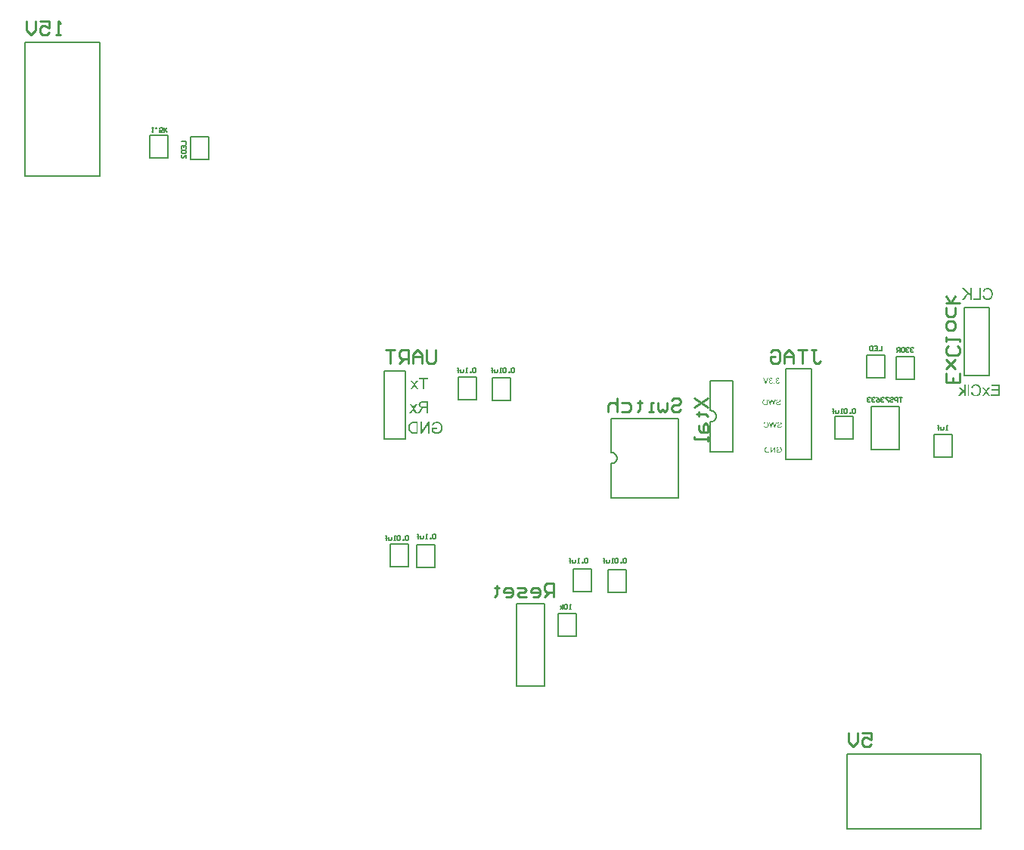
<source format=gbo>
%FSTAX23Y23*%
%MOIN*%
%SFA1B1*%

%IPPOS*%
%ADD10C,0.007874*%
%ADD12C,0.010000*%
%ADD62C,0.005000*%
%LNpcb1-1*%
%LPD*%
G36*
X06028Y03095D02*
X06029Y03095D01*
X06029Y03095*
X0603Y03094*
X06031Y03094*
X06031Y03094*
X06031Y03094*
X06031Y03094*
X06032Y03094*
X06032Y03094*
X06032Y03093*
X06032Y03093*
X06033Y03092*
X06033Y03091*
X06034Y0309*
X06034Y0309*
X06034Y03089*
X06034Y03089*
X06034Y03089*
X06034Y03089*
X06034Y03089*
Y03089*
X06031Y03088*
X06031Y03089*
X06031Y0309*
X0603Y0309*
X0603Y03091*
X0603Y03091*
X0603Y03091*
X0603Y03091*
X0603Y03091*
X06029Y03092*
X06028Y03092*
X06028Y03092*
X06027Y03093*
X06027Y03093*
X06027Y03093*
X06026*
X06026Y03093*
X06025Y03092*
X06025Y03092*
X06024Y03092*
X06024Y03092*
X06024Y03092*
X06023Y03092*
X06023Y03091*
X06023Y03091*
X06023Y03091*
X06023Y0309*
X06022Y0309*
X06022Y03089*
X06022Y03089*
Y03089*
Y03089*
Y03089*
X06022Y03088*
X06023Y03087*
X06023Y03087*
X06023Y03086*
X06023Y03086*
X06024Y03086*
X06024Y03085*
X06024Y03085*
X06025Y03085*
X06025Y03085*
X06026Y03085*
X06026Y03085*
X06027Y03084*
X06027Y03084*
X06028*
X06028Y03084*
X06028*
X06028Y03082*
X06028Y03082*
X06027Y03082*
X06027Y03082*
X06027Y03082*
X06026Y03082*
X06026*
X06025Y03082*
X06025Y03082*
X06024Y03082*
X06024Y03081*
X06023Y03081*
X06023Y03081*
X06023Y03081*
X06023Y03081*
X06022Y0308*
X06022Y03079*
X06021Y03079*
X06021Y03078*
X06021Y03078*
X06021Y03077*
X06021Y03077*
Y03077*
Y03077*
Y03077*
X06021Y03076*
X06021Y03075*
X06022Y03075*
X06022Y03074*
X06022Y03074*
X06022Y03073*
X06023Y03073*
X06023Y03073*
X06023Y03073*
X06024Y03072*
X06024Y03072*
X06025Y03072*
X06026Y03072*
X06026Y03072*
X06026Y03072*
X06026*
X06027Y03072*
X06028Y03072*
X06028Y03072*
X06029Y03072*
X06029Y03073*
X06029Y03073*
X06029Y03073*
X0603Y03073*
X0603Y03073*
X0603Y03074*
X06031Y03075*
X06031Y03075*
X06031Y03076*
X06031Y03076*
X06031Y03076*
Y03077*
X06031Y03077*
Y03077*
X06035Y03076*
X06034Y03076*
X06034Y03075*
X06034Y03074*
X06034Y03073*
X06033Y03072*
X06033Y03072*
X06033Y03072*
X06032Y03072*
X06032Y03071*
X06032Y03071*
X06032Y03071*
X06032Y03071*
X06032Y03071*
X06032Y03071*
X06031Y0307*
X06031Y0307*
X0603Y0307*
X06029Y0307*
X06028Y03069*
X06028Y03069*
X06028Y03069*
X06027Y03069*
X06027Y03069*
X06027Y03069*
X06026*
X06026Y03069*
X06025Y03069*
X06024Y03069*
X06024Y03069*
X06023Y0307*
X06023Y0307*
X06022Y0307*
X06022Y0307*
X06022Y0307*
X06021Y03071*
X06021Y03071*
X06021Y03071*
X0602Y03071*
X0602Y03071*
X0602Y03071*
X0602Y03071*
X0602Y03072*
X06019Y03072*
X06019Y03073*
X06019Y03073*
X06019Y03074*
X06018Y03074*
X06018Y03075*
X06018Y03076*
X06018Y03076*
X06018Y03076*
X06018Y03077*
X06018Y03077*
Y03077*
Y03077*
Y03077*
X06018Y03078*
X06018Y03079*
X06018Y03079*
X06018Y0308*
X06019Y03081*
X06019Y03081*
X06019Y03081*
X06019Y03081*
X0602Y03082*
X0602Y03082*
X06021Y03083*
X06021Y03083*
X06022Y03083*
X06022Y03083*
X06022Y03083*
X06022*
X06023Y03083*
X06023*
X06022Y03084*
X06021Y03084*
X06021Y03084*
X06021Y03085*
X0602Y03085*
X0602Y03085*
X0602Y03085*
X0602Y03086*
X0602Y03086*
X06019Y03087*
X06019Y03087*
X06019Y03088*
X06019Y03088*
X06019Y03088*
Y03088*
Y03089*
X06019Y03089*
X06019Y0309*
X06019Y0309*
X06019Y03091*
X0602Y03091*
X0602Y03092*
X0602Y03092*
X0602Y03092*
X0602Y03092*
X06021Y03093*
X06021Y03093*
X06022Y03094*
X06022Y03094*
X06022Y03094*
X06023Y03094*
X06023Y03094*
X06023*
X06023Y03095*
X06024Y03095*
X06025Y03095*
X06025Y03095*
X06026Y03095*
X06026Y03095*
X06027*
X06028Y03095*
G37*
G36*
X05998D02*
X05999Y03095D01*
X06Y03095*
X06Y03094*
X06001Y03094*
X06001Y03094*
X06001Y03094*
X06002Y03094*
X06002Y03094*
X06002Y03094*
X06002Y03093*
X06002Y03093*
X06003Y03092*
X06003Y03091*
X06004Y0309*
X06004Y0309*
X06004Y03089*
X06004Y03089*
X06004Y03089*
X06004Y03089*
X06004Y03089*
Y03089*
X06001Y03088*
X06001Y03089*
X06001Y0309*
X06001Y0309*
X06Y03091*
X06Y03091*
X06Y03091*
X06Y03091*
X06Y03091*
X05999Y03092*
X05999Y03092*
X05998Y03092*
X05998Y03093*
X05997Y03093*
X05997Y03093*
X05997*
X05996Y03093*
X05995Y03092*
X05995Y03092*
X05994Y03092*
X05994Y03092*
X05994Y03092*
X05994Y03092*
X05994Y03091*
X05993Y03091*
X05993Y03091*
X05993Y0309*
X05993Y0309*
X05992Y03089*
X05992Y03089*
Y03089*
Y03089*
Y03089*
X05992Y03088*
X05993Y03087*
X05993Y03087*
X05993Y03086*
X05994Y03086*
X05994Y03086*
X05994Y03085*
X05994Y03085*
X05995Y03085*
X05995Y03085*
X05996Y03085*
X05996Y03085*
X05997Y03084*
X05997Y03084*
X05998*
X05998Y03084*
X05998*
X05999Y03082*
X05998Y03082*
X05998Y03082*
X05997Y03082*
X05997Y03082*
X05997Y03082*
X05996*
X05996Y03082*
X05995Y03082*
X05994Y03082*
X05994Y03081*
X05993Y03081*
X05993Y03081*
X05993Y03081*
X05993Y03081*
X05992Y0308*
X05992Y03079*
X05992Y03079*
X05991Y03078*
X05991Y03078*
X05991Y03077*
X05991Y03077*
Y03077*
Y03077*
Y03077*
X05991Y03076*
X05992Y03075*
X05992Y03075*
X05992Y03074*
X05992Y03074*
X05993Y03073*
X05993Y03073*
X05993Y03073*
X05993Y03073*
X05994Y03072*
X05995Y03072*
X05995Y03072*
X05996Y03072*
X05996Y03072*
X05996Y03072*
X05997*
X05997Y03072*
X05998Y03072*
X05998Y03072*
X05999Y03072*
X05999Y03073*
X05999Y03073*
X06Y03073*
X06Y03073*
X06Y03073*
X06001Y03074*
X06001Y03075*
X06001Y03075*
X06001Y03076*
X06001Y03076*
X06001Y03076*
Y03077*
X06002Y03077*
Y03077*
X06005Y03076*
X06005Y03076*
X06004Y03075*
X06004Y03074*
X06004Y03073*
X06003Y03072*
X06003Y03072*
X06003Y03072*
X06003Y03072*
X06002Y03071*
X06002Y03071*
X06002Y03071*
X06002Y03071*
X06002Y03071*
X06002Y03071*
X06001Y0307*
X06001Y0307*
X06Y0307*
X05999Y0307*
X05999Y03069*
X05998Y03069*
X05998Y03069*
X05997Y03069*
X05997Y03069*
X05997Y03069*
X05997*
X05996Y03069*
X05995Y03069*
X05995Y03069*
X05994Y03069*
X05993Y0307*
X05993Y0307*
X05992Y0307*
X05992Y0307*
X05992Y0307*
X05991Y03071*
X05991Y03071*
X05991Y03071*
X05991Y03071*
X05991Y03071*
X0599Y03071*
X0599Y03071*
X0599Y03072*
X0599Y03072*
X05989Y03073*
X05989Y03073*
X05989Y03074*
X05989Y03074*
X05988Y03075*
X05988Y03076*
X05988Y03076*
X05988Y03076*
X05988Y03077*
X05988Y03077*
Y03077*
Y03077*
Y03077*
X05988Y03078*
X05988Y03079*
X05988Y03079*
X05989Y0308*
X05989Y03081*
X05989Y03081*
X05989Y03081*
X05989Y03081*
X0599Y03082*
X0599Y03082*
X05991Y03083*
X05991Y03083*
X05992Y03083*
X05992Y03083*
X05992Y03083*
X05993*
X05993Y03083*
X05993*
X05992Y03084*
X05992Y03084*
X05991Y03084*
X05991Y03085*
X0599Y03085*
X0599Y03085*
X0599Y03085*
X0599Y03086*
X0599Y03086*
X0599Y03087*
X05989Y03087*
X05989Y03088*
X05989Y03088*
X05989Y03088*
Y03088*
Y03089*
X05989Y03089*
X05989Y0309*
X05989Y0309*
X0599Y03091*
X0599Y03091*
X0599Y03092*
X0599Y03092*
X0599Y03092*
X05991Y03092*
X05991Y03093*
X05991Y03093*
X05992Y03094*
X05992Y03094*
X05993Y03094*
X05993Y03094*
X05993Y03094*
X05993*
X05994Y03095*
X05994Y03095*
X05995Y03095*
X05995Y03095*
X05996Y03095*
X05996Y03095*
X05997*
X05998Y03095*
G37*
G36*
X05976Y0307D02*
X05973D01*
X05963Y03095*
X05966*
X05973Y03077*
X05973Y03076*
X05974Y03075*
X05974Y03074*
X05974Y03074*
X05974Y03073*
X05974Y03073*
X05974Y03073*
X05974Y03072*
X05974Y03072*
Y03072*
X05975Y03074*
X05975Y03074*
X05975Y03075*
X05976Y03076*
X05976Y03076*
X05976Y03076*
X05976Y03076*
X05976Y03076*
Y03077*
X05982Y03095*
X05986*
X05976Y0307*
G37*
G36*
X06013D02*
X06009D01*
Y03073*
X06013*
Y0307*
G37*
G36*
X0601Y02975D02*
X06007D01*
X06001Y02994*
X06001Y02995*
X06001Y02995*
X06001Y02995*
X06001Y02996*
X06001Y02996*
X06001Y02997*
X06Y02997*
Y02997*
X06Y02997*
X06Y02997*
X06Y02996*
X06Y02996*
X06Y02995*
X06Y02995*
X06Y02994*
X06Y02994*
X06Y02994*
X06Y02994*
Y02994*
X05994Y02975*
X05991*
X05984Y03*
X05987*
X05991Y02984*
X05992Y02982*
X05992Y02981*
X05992Y0298*
X05992Y0298*
X05992Y02979*
X05992Y02979*
X05992Y02979*
X05993Y02978*
X05993Y02978*
Y02978*
X05993Y02978*
Y02978*
X05993Y0298*
X05993Y02981*
X05994Y02983*
X05994Y02984*
X05994Y02984*
X05994Y02985*
X05994Y02985*
X05994Y02986*
X05994Y02986*
X05994Y02987*
X05995Y02987*
X05995Y02987*
Y02987*
X05998Y03*
X06002*
X06007Y02983*
X06007Y02983*
X06007Y02982*
X06007Y02982*
X06007Y02982*
X06008Y02981*
X06008Y0298*
X06008Y02979*
X06008Y02979*
X06008Y02979*
X06008Y02978*
X06008Y02978*
X06008Y02978*
Y02978*
X06009Y02979*
X06009Y0298*
X06009Y02981*
X06009Y02982*
X06009Y02982*
X06009Y02983*
X06009Y02983*
X06009Y02983*
X06009Y02983*
X0601Y02983*
Y02983*
X06013Y03*
X06017*
X0601Y02975*
G37*
G36*
X05981D02*
X05972D01*
X05971Y02975*
X0597Y02975*
X05969Y02975*
X05969Y02975*
X05968Y02975*
X05968Y02975*
X05968Y02975*
X05967*
X05967Y02975*
X05966Y02975*
X05966Y02976*
X05965Y02976*
X05965Y02976*
X05965Y02976*
X05964Y02976*
X05964Y02976*
X05964Y02977*
X05963Y02977*
X05963Y02977*
X05963Y02978*
X05962Y02978*
X05962Y02978*
X05962Y02978*
X05962Y02979*
X05962Y02979*
X05961Y0298*
X05961Y0298*
X05961Y02981*
X05961Y02981*
X0596Y02982*
X0596Y02982*
X0596Y02982*
X0596Y02982*
Y02982*
X0596Y02983*
X0596Y02984*
X0596Y02985*
X0596Y02986*
X0596Y02986*
Y02987*
X0596Y02987*
Y02987*
Y02987*
Y02987*
Y02987*
X0596Y02989*
X0596Y0299*
X0596Y02991*
X0596Y02991*
X0596Y02992*
X0596Y02992*
X0596Y02992*
X0596Y02993*
X0596Y02993*
X05961Y02993*
X05961Y02993*
X05961Y02993*
Y02993*
X05961Y02994*
X05962Y02995*
X05962Y02996*
X05963Y02997*
X05963Y02997*
X05963Y02998*
X05964Y02998*
X05964Y02998*
X05964*
X05964Y02998*
X05965Y02999*
X05966Y02999*
X05966Y02999*
X05967Y03*
X05967Y03*
X05967Y03*
X05967*
X05967Y03*
X05967*
X05968Y03*
X05969Y03*
X0597Y03*
X0597Y03*
X05971Y03*
X05981*
Y02975*
G37*
G36*
X0603Y03001D02*
X06031Y03D01*
X06032Y03*
X06033Y03*
X06033Y03*
X06034Y03*
X06034Y03*
X06034Y03*
X06034Y03*
X06034Y03*
X06034*
X06035Y02999*
X06036Y02999*
X06036Y02998*
X06037Y02998*
X06037Y02998*
X06037Y02997*
X06037Y02997*
X06037Y02997*
Y02997*
X06038Y02996*
X06038Y02996*
X06038Y02995*
X06038Y02995*
X06038Y02994*
X06039Y02994*
Y02994*
Y02994*
Y02993*
Y02993*
X06038Y02993*
X06038Y02992*
X06038Y02992*
X06038Y02991*
X06038Y02991*
X06038Y02991*
X06038Y0299*
X06038Y0299*
X06037Y0299*
X06037Y02989*
X06036Y02989*
X06036Y02989*
X06036Y02988*
X06035Y02988*
X06035Y02988*
X06035Y02988*
X06035*
X06035Y02988*
X06034Y02988*
X06034Y02987*
X06033Y02987*
X06032Y02987*
X06031Y02987*
X06031Y02987*
X06031Y02986*
X0603Y02986*
X0603Y02986*
X0603Y02986*
X0603*
X06029Y02986*
X06029Y02986*
X06028Y02986*
X06028Y02986*
X06027Y02986*
X06027Y02986*
X06027Y02985*
X06026Y02985*
X06026Y02985*
X06026Y02985*
X06026Y02985*
X06025Y02985*
X06025Y02985*
X06025Y02985*
X06024Y02985*
X06024Y02984*
X06024Y02984*
X06023Y02984*
X06023Y02984*
X06023Y02984*
X06023Y02984*
X06023Y02983*
X06023Y02983*
X06023Y02982*
X06022Y02982*
X06022Y02982*
X06022Y02982*
Y02981*
Y02981*
X06022Y02981*
X06023Y02981*
X06023Y0298*
X06023Y0298*
X06023Y0298*
X06023Y02979*
X06023Y02979*
X06023Y02979*
X06023Y02979*
X06024Y02979*
X06024Y02978*
X06025Y02978*
X06025Y02978*
X06025Y02978*
X06025Y02978*
X06025Y02978*
X06026Y02977*
X06027Y02977*
X06027Y02977*
X06028Y02977*
X06028Y02977*
X06028Y02977*
X06029*
X0603Y02977*
X0603Y02977*
X06031Y02977*
X06032Y02977*
X06032Y02978*
X06032Y02978*
X06033Y02978*
X06033Y02978*
X06033*
X06033Y02978*
X06034Y02978*
X06034Y02979*
X06035Y02979*
X06035Y02979*
X06035Y0298*
X06035Y0298*
X06035Y0298*
X06036Y0298*
X06036Y02981*
X06036Y02981*
X06036Y02982*
X06036Y02982*
X06036Y02983*
X06036Y02983*
Y02983*
Y02983*
X0604Y02983*
X06039Y02982*
X06039Y02981*
X06039Y0298*
X06039Y02979*
X06039Y02979*
X06038Y02979*
X06038Y02978*
X06038Y02978*
X06038Y02978*
X06038Y02978*
Y02978*
X06038Y02977*
X06037Y02977*
X06036Y02976*
X06036Y02976*
X06035Y02975*
X06035Y02975*
X06035Y02975*
X06035Y02975*
X06034Y02975*
X06034*
X06033Y02975*
X06033Y02975*
X06032Y02974*
X06031Y02974*
X0603Y02974*
X0603Y02974*
X06029*
X06029Y02974*
X06029*
X06028Y02974*
X06027Y02974*
X06026Y02974*
X06025Y02975*
X06025Y02975*
X06024Y02975*
X06024Y02975*
X06024Y02975*
X06024Y02975*
X06024Y02975*
X06024*
X06023Y02975*
X06022Y02976*
X06022Y02976*
X06021Y02977*
X06021Y02977*
X06021Y02978*
X0602Y02978*
X0602Y02978*
X0602Y02979*
X0602Y02979*
X06019Y0298*
X06019Y0298*
X06019Y02981*
X06019Y02981*
Y02982*
Y02982*
Y02982*
Y02982*
X06019Y02982*
X06019Y02983*
X06019Y02984*
X0602Y02984*
X0602Y02985*
X0602Y02985*
X0602Y02985*
X0602Y02985*
X06021Y02986*
X06021Y02986*
X06022Y02987*
X06022Y02987*
X06023Y02988*
X06023Y02988*
X06023Y02988*
X06023Y02988*
X06023Y02988*
X06024*
X06024Y02988*
X06024Y02988*
X06025Y02988*
X06025Y02989*
X06026Y02989*
X06027Y02989*
X06028Y02989*
X06028Y02989*
X06029Y02989*
X06029Y0299*
X06029Y0299*
X06029Y0299*
X06029*
X0603Y0299*
X06031Y0299*
X06031Y0299*
X06032Y0299*
X06032Y0299*
X06033Y02991*
X06033Y02991*
X06033Y02991*
X06034Y02991*
X06034Y02991*
X06034Y02991*
X06034Y02991*
X06034Y02991*
X06034Y02991*
X06035Y02992*
X06035Y02992*
X06035Y02993*
X06035Y02993*
X06035Y02993*
X06035Y02993*
Y02994*
Y02994*
X06035Y02994*
X06035Y02995*
X06035Y02995*
X06035Y02996*
X06034Y02996*
X06034Y02996*
X06034Y02996*
X06034Y02996*
X06034Y02997*
X06033Y02997*
X06033Y02997*
X06032Y02997*
X06031Y02997*
X0603Y02998*
X0603*
X0603Y02998*
X06029*
X06028Y02998*
X06027Y02997*
X06027Y02997*
X06026Y02997*
X06026Y02997*
X06025Y02996*
X06025Y02996*
X06025Y02996*
X06024Y02996*
X06024Y02995*
X06024Y02995*
X06023Y02994*
X06023Y02993*
X06023Y02993*
X06023Y02993*
X06023Y02993*
Y02993*
Y02993*
X0602Y02993*
X0602Y02994*
X0602Y02994*
X0602Y02995*
X06021Y02996*
X06021Y02996*
X06021Y02997*
X06021Y02997*
X06021Y02997*
X06022Y02998*
X06022Y02998*
X06023Y02999*
X06023Y02999*
X06024Y02999*
X06024Y02999*
X06024Y03*
X06024Y03*
X06025Y03*
X06025*
X06025Y03*
X06026Y03*
X06027Y03*
X06028Y03*
X06029Y03001*
X06029*
X06029Y03001*
X0603*
X0603Y03001*
G37*
G36*
X06015Y02875D02*
X06012D01*
X06006Y02894*
X06006Y02895*
X06006Y02895*
X06006Y02895*
X06006Y02896*
X06006Y02896*
X06006Y02897*
X06005Y02897*
Y02897*
X06005Y02897*
X06005Y02897*
X06005Y02896*
X06005Y02896*
X06005Y02895*
X06005Y02895*
X06005Y02894*
X06005Y02894*
X06005Y02894*
X06005Y02894*
Y02894*
X05999Y02875*
X05996*
X05989Y029*
X05992*
X05996Y02884*
X05997Y02882*
X05997Y02881*
X05997Y0288*
X05997Y0288*
X05997Y02879*
X05997Y02879*
X05997Y02879*
X05998Y02878*
X05998Y02878*
Y02878*
X05998Y02878*
Y02878*
X05998Y0288*
X05998Y02881*
X05999Y02883*
X05999Y02884*
X05999Y02884*
X05999Y02885*
X05999Y02885*
X05999Y02886*
X05999Y02886*
X05999Y02887*
X06Y02887*
X06Y02887*
Y02887*
X06003Y029*
X06007*
X06012Y02883*
X06012Y02883*
X06012Y02882*
X06012Y02882*
X06012Y02882*
X06013Y02881*
X06013Y0288*
X06013Y02879*
X06013Y02879*
X06013Y02879*
X06013Y02878*
X06013Y02878*
X06013Y02878*
Y02878*
X06014Y02879*
X06014Y0288*
X06014Y02881*
X06014Y02882*
X06014Y02882*
X06014Y02883*
X06014Y02883*
X06014Y02883*
X06014Y02883*
X06015Y02883*
Y02883*
X06018Y029*
X06022*
X06015Y02875*
G37*
G36*
X05976Y029D02*
X05977Y029D01*
X05978Y029*
X05979Y029*
X05979Y029*
X05979Y029*
X0598Y029*
X0598Y02899*
X0598Y02899*
X05981Y02899*
X05981Y02899*
X05981Y02899*
X05981*
X05982Y02898*
X05983Y02898*
X05983Y02897*
X05984Y02896*
X05985Y02895*
X05985Y02895*
X05985Y02895*
X05985Y02895*
X05985Y02895*
X05985Y02895*
Y02894*
X05986Y02893*
X05986Y02892*
X05986Y02891*
X05987Y0289*
X05987Y02889*
X05987Y02889*
X05987Y02889*
Y02888*
X05987Y02888*
Y02888*
Y02888*
Y02887*
X05987Y02886*
X05987Y02885*
X05986Y02884*
X05986Y02883*
X05986Y02883*
X05986Y02882*
X05986Y02882*
X05986Y02881*
X05986Y02881*
X05985Y02881*
X05985Y02881*
X05985Y02881*
Y02881*
X05985Y02879*
X05984Y02879*
X05984Y02878*
X05983Y02877*
X05982Y02876*
X05982Y02876*
X05982Y02876*
X05982Y02876*
X05981Y02876*
X05981Y02876*
X05981Y02875*
X0598Y02875*
X05979Y02875*
X05978Y02875*
X05977Y02874*
X05977Y02874*
X05976Y02874*
X05976Y02874*
X05975*
X05975Y02874*
X05975*
X05974Y02874*
X05973Y02874*
X05972Y02874*
X05971Y02875*
X05971Y02875*
X0597Y02875*
X0597Y02875*
X05969Y02875*
X05969Y02876*
X05969Y02876*
X05968Y02876*
X05968Y02876*
X05968Y02876*
X05968Y02876*
X05968Y02876*
X05967Y02877*
X05967Y02877*
X05966Y02878*
X05965Y02879*
X05965Y0288*
X05965Y02881*
X05965Y02881*
X05964Y02882*
X05964Y02882*
X05964Y02882*
X05964Y02882*
X05964Y02883*
Y02883*
X05967Y02883*
X05968Y02882*
X05968Y02881*
X05969Y02881*
X05969Y0288*
X0597Y02879*
X0597Y02879*
X0597Y02879*
X0597Y02879*
X0597Y02879*
X05971Y02878*
X05972Y02878*
X05973Y02877*
X05973Y02877*
X05974Y02877*
X05974Y02877*
X05974*
X05975Y02877*
X05975*
X05976Y02877*
X05977Y02877*
X05977Y02877*
X05978Y02878*
X05979Y02878*
X05979Y02878*
X05979Y02878*
X05979Y02878*
X05979Y02878*
X05979*
X0598Y02879*
X05981Y02879*
X05981Y0288*
X05982Y0288*
X05982Y02881*
X05982Y02881*
X05982Y02882*
X05982Y02882*
X05982Y02882*
Y02882*
X05983Y02883*
X05983Y02884*
X05983Y02885*
X05983Y02886*
X05983Y02886*
X05983Y02886*
Y02887*
X05983Y02887*
Y02887*
Y02887*
Y02887*
Y02887*
X05983Y02888*
X05983Y02889*
X05983Y0289*
X05983Y02891*
X05983Y02892*
X05983Y02892*
X05983Y02892*
X05982Y02892*
X05982Y02892*
X05982Y02892*
Y02892*
X05982Y02893*
X05982Y02894*
X05981Y02895*
X05981Y02895*
X0598Y02896*
X0598Y02896*
X0598Y02896*
X0598Y02896*
X0598*
X05979Y02897*
X05978Y02897*
X05977Y02897*
X05976Y02897*
X05976Y02898*
X05975Y02898*
X05975*
X05975Y02898*
X05975*
X05974Y02898*
X05973Y02897*
X05972Y02897*
X05972Y02897*
X05971Y02897*
X05971Y02897*
X05971Y02896*
X0597Y02896*
X0597Y02896*
X05969Y02895*
X05969Y02895*
X05969Y02894*
X05968Y02893*
X05968Y02893*
X05968Y02893*
X05968Y02893*
X05968Y02892*
X05968Y02892*
Y02892*
X05965Y02893*
X05965Y02894*
X05965Y02895*
X05966Y02895*
X05966Y02896*
X05966Y02896*
X05966Y02897*
X05967Y02897*
X05967Y02897*
X05967Y02898*
X05968Y02898*
X05968Y02898*
X05968Y02898*
X05968Y02898*
X05968Y02899*
X05968Y02899*
X05969Y02899*
X05969Y02899*
X0597Y029*
X0597Y029*
X05971Y029*
X05972Y029*
X05973Y029*
X05973Y029*
X05974Y029*
X05974Y02901*
X05974Y02901*
X05975*
X05976Y029*
G37*
G36*
X06035Y02901D02*
X06036Y029D01*
X06037Y029*
X06038Y029*
X06038Y029*
X06039Y029*
X06039Y029*
X06039Y029*
X06039Y029*
X06039Y029*
X06039*
X0604Y02899*
X06041Y02899*
X06041Y02898*
X06042Y02898*
X06042Y02898*
X06042Y02897*
X06042Y02897*
X06042Y02897*
Y02897*
X06043Y02896*
X06043Y02896*
X06043Y02895*
X06043Y02895*
X06043Y02894*
X06044Y02894*
Y02894*
Y02894*
Y02893*
Y02893*
X06043Y02893*
X06043Y02892*
X06043Y02892*
X06043Y02891*
X06043Y02891*
X06043Y02891*
X06043Y0289*
X06043Y0289*
X06042Y0289*
X06042Y02889*
X06041Y02889*
X06041Y02889*
X06041Y02888*
X0604Y02888*
X0604Y02888*
X0604Y02888*
X0604*
X0604Y02888*
X06039Y02888*
X06039Y02887*
X06038Y02887*
X06037Y02887*
X06036Y02887*
X06036Y02887*
X06036Y02886*
X06035Y02886*
X06035Y02886*
X06035Y02886*
X06035*
X06034Y02886*
X06034Y02886*
X06033Y02886*
X06033Y02886*
X06032Y02886*
X06032Y02886*
X06032Y02885*
X06031Y02885*
X06031Y02885*
X06031Y02885*
X06031Y02885*
X0603Y02885*
X0603Y02885*
X0603Y02885*
X06029Y02885*
X06029Y02884*
X06029Y02884*
X06028Y02884*
X06028Y02884*
X06028Y02884*
X06028Y02884*
X06028Y02883*
X06028Y02883*
X06028Y02882*
X06027Y02882*
X06027Y02882*
X06027Y02882*
Y02881*
Y02881*
X06027Y02881*
X06028Y02881*
X06028Y0288*
X06028Y0288*
X06028Y0288*
X06028Y02879*
X06028Y02879*
X06028Y02879*
X06028Y02879*
X06029Y02879*
X06029Y02878*
X0603Y02878*
X0603Y02878*
X0603Y02878*
X0603Y02878*
X0603Y02878*
X06031Y02877*
X06032Y02877*
X06032Y02877*
X06033Y02877*
X06033Y02877*
X06033Y02877*
X06034*
X06035Y02877*
X06035Y02877*
X06036Y02877*
X06037Y02877*
X06037Y02878*
X06037Y02878*
X06038Y02878*
X06038Y02878*
X06038*
X06038Y02878*
X06039Y02878*
X06039Y02879*
X0604Y02879*
X0604Y02879*
X0604Y0288*
X0604Y0288*
X0604Y0288*
X06041Y0288*
X06041Y02881*
X06041Y02881*
X06041Y02882*
X06041Y02882*
X06041Y02883*
X06041Y02883*
Y02883*
Y02883*
X06045Y02883*
X06044Y02882*
X06044Y02881*
X06044Y0288*
X06044Y02879*
X06044Y02879*
X06043Y02879*
X06043Y02878*
X06043Y02878*
X06043Y02878*
X06043Y02878*
Y02878*
X06043Y02877*
X06042Y02877*
X06041Y02876*
X06041Y02876*
X0604Y02875*
X0604Y02875*
X0604Y02875*
X0604Y02875*
X06039Y02875*
X06039*
X06038Y02875*
X06038Y02875*
X06037Y02874*
X06036Y02874*
X06035Y02874*
X06035Y02874*
X06034*
X06034Y02874*
X06034*
X06033Y02874*
X06032Y02874*
X06031Y02874*
X0603Y02875*
X0603Y02875*
X06029Y02875*
X06029Y02875*
X06029Y02875*
X06029Y02875*
X06029Y02875*
X06029*
X06028Y02875*
X06027Y02876*
X06027Y02876*
X06026Y02877*
X06026Y02877*
X06026Y02878*
X06025Y02878*
X06025Y02878*
X06025Y02879*
X06025Y02879*
X06024Y0288*
X06024Y0288*
X06024Y02881*
X06024Y02881*
Y02882*
Y02882*
Y02882*
Y02882*
X06024Y02882*
X06024Y02883*
X06024Y02884*
X06025Y02884*
X06025Y02885*
X06025Y02885*
X06025Y02885*
X06025Y02885*
X06026Y02886*
X06026Y02886*
X06027Y02887*
X06027Y02887*
X06028Y02888*
X06028Y02888*
X06028Y02888*
X06028Y02888*
X06028Y02888*
X06029*
X06029Y02888*
X06029Y02888*
X0603Y02888*
X0603Y02889*
X06031Y02889*
X06032Y02889*
X06033Y02889*
X06033Y02889*
X06034Y02889*
X06034Y0289*
X06034Y0289*
X06034Y0289*
X06034*
X06035Y0289*
X06036Y0289*
X06036Y0289*
X06037Y0289*
X06037Y0289*
X06038Y02891*
X06038Y02891*
X06038Y02891*
X06039Y02891*
X06039Y02891*
X06039Y02891*
X06039Y02891*
X06039Y02891*
X06039Y02891*
X0604Y02892*
X0604Y02892*
X0604Y02893*
X0604Y02893*
X0604Y02893*
X0604Y02893*
Y02894*
Y02894*
X0604Y02894*
X0604Y02895*
X0604Y02895*
X0604Y02896*
X06039Y02896*
X06039Y02896*
X06039Y02896*
X06039Y02896*
X06039Y02897*
X06038Y02897*
X06038Y02897*
X06037Y02897*
X06036Y02897*
X06035Y02898*
X06035*
X06035Y02898*
X06034*
X06033Y02898*
X06032Y02897*
X06032Y02897*
X06031Y02897*
X06031Y02897*
X0603Y02896*
X0603Y02896*
X0603Y02896*
X06029Y02896*
X06029Y02895*
X06029Y02895*
X06028Y02894*
X06028Y02893*
X06028Y02893*
X06028Y02893*
X06028Y02893*
Y02893*
Y02893*
X06025Y02893*
X06025Y02894*
X06025Y02894*
X06025Y02895*
X06026Y02896*
X06026Y02896*
X06026Y02897*
X06026Y02897*
X06026Y02897*
X06027Y02898*
X06027Y02898*
X06028Y02899*
X06028Y02899*
X06029Y02899*
X06029Y02899*
X06029Y029*
X06029Y029*
X0603Y029*
X0603*
X0603Y029*
X06031Y029*
X06032Y029*
X06033Y029*
X06034Y02901*
X06034*
X06034Y02901*
X06035*
X06035Y02901*
G37*
G36*
X06016Y02765D02*
X06013D01*
Y02785*
X05999Y02765*
X05996*
Y0279*
X05999*
Y0277*
X06012Y0279*
X06016*
Y02765*
G37*
G36*
X06033Y0279D02*
X06034Y0279D01*
X06036Y0279*
X06036Y0279*
X06037Y0279*
X06037Y0279*
X06037Y02789*
X06038Y02789*
X06038Y02789*
X06038Y02789*
X06038Y02789*
X06038Y02789*
X06038*
X06039Y02789*
X06039Y02788*
X0604Y02788*
X06041Y02787*
X06042Y02786*
X06042Y02785*
X06042Y02785*
X06043Y02785*
X06043Y02784*
X06043Y02784*
X06043Y02784*
Y02784*
X06043Y02783*
X06044Y02782*
X06044Y02781*
X06044Y02779*
X06044Y02779*
X06044Y02779*
X06044Y02778*
Y02778*
X06045Y02778*
Y02777*
Y02777*
Y02777*
X06044Y02776*
X06044Y02775*
X06044Y02773*
X06044Y02773*
X06044Y02772*
X06044Y02772*
X06043Y02771*
X06043Y02771*
X06043Y02771*
X06043Y02771*
X06043Y0277*
X06043Y0277*
Y0277*
X06042Y02769*
X06042Y02768*
X06041Y02768*
X0604Y02767*
X06039Y02766*
X06039Y02766*
X06039Y02766*
X06039Y02766*
X06038Y02766*
X06038Y02766*
X06038Y02766*
X06037Y02765*
X06036Y02765*
X06035Y02764*
X06034Y02764*
X06033Y02764*
X06033Y02764*
X06032Y02764*
X06032*
X06032Y02764*
X06031*
X0603Y02764*
X06029Y02764*
X06029Y02764*
X06028Y02765*
X06027Y02765*
X06027Y02765*
X06027Y02765*
X06026Y02765*
X06026Y02765*
X06026Y02765*
X06026Y02765*
X06026*
X06025Y02765*
X06024Y02766*
X06023Y02766*
X06022Y02767*
X06022Y02767*
X06021Y02768*
X06021Y02768*
X06021Y02768*
X06021Y02768*
X06021Y02768*
X06021Y02768*
Y02778*
X06032*
Y02775*
X06024*
Y0277*
X06025Y02769*
X06025Y02769*
X06026Y02769*
X06026Y02768*
X06027Y02768*
X06027Y02768*
X06027Y02768*
X06027Y02768*
X06027Y02768*
X06027*
X06028Y02768*
X06029Y02767*
X0603Y02767*
X0603Y02767*
X06031Y02767*
X06031Y02767*
X06032*
X06033Y02767*
X06033Y02767*
X06034Y02767*
X06035Y02768*
X06036Y02768*
X06036Y02768*
X06036Y02768*
X06036Y02768*
X06036Y02768*
X06036Y02768*
X06036*
X06037Y02769*
X06038Y02769*
X06038Y0277*
X06039Y0277*
X06039Y02771*
X0604Y02771*
X0604Y02771*
X0604Y02771*
X0604Y02772*
Y02772*
X0604Y02773*
X0604Y02773*
X06041Y02774*
X06041Y02775*
X06041Y02776*
X06041Y02776*
X06041Y02777*
Y02777*
X06041Y02777*
Y02777*
Y02777*
Y02777*
X06041Y02778*
X06041Y02779*
X06041Y0278*
X0604Y02781*
X0604Y02782*
X0604Y02782*
X0604Y02782*
X0604Y02782*
X0604Y02782*
X0604Y02782*
Y02783*
X0604Y02783*
X0604Y02783*
X06039Y02784*
X06039Y02784*
X06039Y02785*
X06039Y02785*
X06038Y02785*
X06038Y02785*
X06038Y02785*
X06038Y02786*
X06037Y02786*
X06037Y02786*
X06036Y02787*
X06036Y02787*
X06036Y02787*
X06036Y02787*
X06035Y02787*
X06034Y02787*
X06034Y02787*
X06033Y02788*
X06032Y02788*
X06032Y02788*
X06032*
X06031Y02788*
X0603Y02788*
X0603Y02787*
X06029Y02787*
X06029Y02787*
X06028Y02787*
X06028Y02787*
X06028Y02787*
X06028Y02787*
X06027Y02786*
X06027Y02786*
X06026Y02786*
X06026Y02786*
X06026Y02785*
X06026Y02785*
X06026Y02785*
X06025Y02785*
X06025Y02784*
X06025Y02784*
X06025Y02783*
X06025Y02783*
X06024Y02782*
X06024Y02782*
X06024Y02782*
Y02782*
X06021Y02783*
X06021Y02784*
X06022Y02785*
X06022Y02785*
X06022Y02786*
X06023Y02786*
X06023Y02787*
X06023Y02787*
X06023Y02787*
X06024Y02788*
X06024Y02788*
X06025Y02789*
X06025Y02789*
X06026Y02789*
X06026Y02789*
X06026Y0279*
X06027Y0279*
X06027Y0279*
X06027*
X06028Y0279*
X06028Y0279*
X06029Y0279*
X0603Y0279*
X06031Y02791*
X06031*
X06031Y02791*
X06032*
X06033Y0279*
G37*
G36*
X0599Y02765D02*
X05981D01*
X0598Y02765*
X05979Y02765*
X05978Y02765*
X05978Y02765*
X05977Y02765*
X05977Y02765*
X05977Y02765*
X05977*
X05976Y02765*
X05975Y02765*
X05975Y02766*
X05975Y02766*
X05974Y02766*
X05974Y02766*
X05974Y02766*
X05974Y02766*
X05973Y02767*
X05973Y02767*
X05972Y02767*
X05972Y02768*
X05972Y02768*
X05972Y02768*
X05971Y02768*
X05971Y02769*
X05971Y02769*
X05971Y0277*
X0597Y0277*
X0597Y02771*
X0597Y02771*
X0597Y02772*
X0597Y02772*
X0597Y02772*
X0597Y02772*
Y02772*
X05969Y02773*
X05969Y02774*
X05969Y02775*
X05969Y02776*
X05969Y02776*
Y02777*
X05969Y02777*
Y02777*
Y02777*
Y02777*
Y02777*
X05969Y02779*
X05969Y0278*
X05969Y02781*
X05969Y02781*
X05969Y02782*
X05969Y02782*
X0597Y02782*
X0597Y02783*
X0597Y02783*
X0597Y02783*
X0597Y02783*
X0597Y02783*
Y02783*
X0597Y02784*
X05971Y02785*
X05971Y02786*
X05972Y02787*
X05972Y02787*
X05973Y02788*
X05973Y02788*
X05973Y02788*
X05973*
X05974Y02788*
X05974Y02789*
X05975Y02789*
X05975Y02789*
X05976Y0279*
X05976Y0279*
X05976Y0279*
X05977*
X05977Y0279*
X05977*
X05977Y0279*
X05978Y0279*
X05979Y0279*
X0598Y0279*
X0598Y0279*
X0599*
Y02765*
G37*
G36*
X06881Y0344D02*
X06875D01*
Y03457*
X06866Y03465*
X06848Y0344*
X06839*
X06861Y0347*
X0684Y03491*
X06849*
X06875Y03465*
Y03491*
X06881*
Y0344*
G37*
G36*
X06953Y03492D02*
X06955Y03491D01*
X06957Y03491*
X06958Y0349*
X06959Y0349*
X0696Y0349*
X06961Y0349*
X06961Y03489*
X06962Y03489*
X06962Y03489*
X06963Y03489*
X06963Y03489*
X06963*
X06965Y03487*
X06967Y03486*
X06968Y03484*
X06969Y03483*
X0697Y03482*
X06971Y03481*
X06971Y03481*
X06971Y0348*
X06971Y0348*
X06971Y0348*
Y03479*
X06972Y03477*
X06973Y03475*
X06974Y03472*
X06974Y0347*
X06974Y03469*
X06974Y03468*
X06974Y03468*
Y03467*
X06975Y03466*
Y03466*
Y03466*
Y03466*
X06974Y03463*
X06974Y0346*
X06974Y03458*
X06973Y03457*
X06973Y03456*
X06973Y03455*
X06973Y03454*
X06972Y03453*
X06972Y03453*
X06972Y03452*
X06972Y03452*
X06972Y03452*
Y03452*
X06971Y03449*
X06969Y03448*
X06968Y03446*
X06967Y03445*
X06966Y03443*
X06965Y03443*
X06964Y03442*
X06964Y03442*
X06964Y03442*
X06964Y03442*
X06963Y03441*
X06962Y03441*
X0696Y0344*
X06957Y0344*
X06955Y03439*
X06954Y03439*
X06953Y03439*
X06953Y03439*
X06952*
X06951Y03439*
X0695*
X06949Y03439*
X06948Y03439*
X06945Y03439*
X06944Y0344*
X06943Y0344*
X06942Y0344*
X06941Y03441*
X0694Y03441*
X06939Y03442*
X06938Y03442*
X06938Y03442*
X06937Y03443*
X06937Y03443*
X06937Y03443*
X06937Y03443*
X06936Y03444*
X06935Y03445*
X06933Y03447*
X06932Y03449*
X06931Y03451*
X06931Y03452*
X0693Y03453*
X0693Y03454*
X0693Y03454*
X06929Y03455*
X06929Y03455*
X06929Y03456*
Y03456*
X06936Y03457*
X06937Y03455*
X06937Y03453*
X06938Y03452*
X06939Y0345*
X0694Y03449*
X06941Y03448*
X06941Y03448*
X06941Y03448*
X06941Y03448*
X06943Y03447*
X06945Y03446*
X06946Y03445*
X06948Y03445*
X06949Y03445*
X0695Y03445*
X0695*
X0695Y03444*
X06951*
X06953Y03445*
X06954Y03445*
X06956Y03445*
X06957Y03446*
X06958Y03446*
X06959Y03446*
X06959Y03447*
X0696Y03447*
X0696Y03447*
X0696*
X06961Y03448*
X06962Y03449*
X06963Y0345*
X06964Y03451*
X06965Y03452*
X06965Y03453*
X06965Y03454*
X06966Y03454*
X06966Y03454*
Y03454*
X06966Y03456*
X06967Y03458*
X06967Y0346*
X06967Y03462*
X06967Y03462*
X06967Y03463*
Y03464*
X06967Y03464*
Y03465*
Y03465*
Y03465*
Y03466*
X06967Y03467*
X06967Y03469*
X06967Y03471*
X06967Y03472*
X06966Y03474*
X06966Y03474*
X06966Y03474*
X06966Y03475*
X06966Y03475*
X06966Y03475*
Y03475*
X06965Y03477*
X06964Y03479*
X06963Y0348*
X06963Y03481*
X06962Y03482*
X06961Y03482*
X06961Y03483*
X0696Y03483*
X0696*
X06959Y03484*
X06957Y03485*
X06956Y03485*
X06954Y03486*
X06953Y03486*
X06952Y03486*
X06951*
X06951Y03486*
X06951*
X06949Y03486*
X06947Y03486*
X06946Y03485*
X06944Y03485*
X06943Y03484*
X06943Y03484*
X06942Y03483*
X06942Y03483*
X06941Y03482*
X0694Y03481*
X06939Y0348*
X06938Y03478*
X06938Y03477*
X06937Y03477*
X06937Y03476*
X06937Y03476*
X06937Y03475*
X06937Y03475*
Y03475*
X0693Y03477*
X06931Y03479*
X06932Y0348*
X06932Y03481*
X06933Y03482*
X06933Y03483*
X06934Y03484*
X06935Y03485*
X06935Y03486*
X06936Y03486*
X06936Y03487*
X06937Y03487*
X06937Y03487*
X06937Y03488*
X06937Y03488*
X06937Y03488*
X06938Y03488*
X06939Y03489*
X06941Y0349*
X06942Y0349*
X06944Y03491*
X06946Y03491*
X06947Y03491*
X06948Y03491*
X06948Y03492*
X06949Y03492*
X0695Y03492*
X0695*
X06953Y03492*
G37*
G36*
X06921Y0344D02*
X06889D01*
Y03446*
X06914*
Y03491*
X06921*
Y0344*
G37*
G36*
X06948Y03034D02*
X06962Y03015D01*
X06954*
X06944Y03029*
X06943Y03026*
X06935Y03015*
X06927*
X06941Y03034*
X06928Y03052*
X06936*
X06942Y03043*
X06943Y03041*
X06943Y03041*
X06944Y0304*
X06944Y0304*
X06945Y03039*
X06945Y03039*
X06945Y03039*
X06946Y0304*
X06946Y03041*
X06947Y03042*
X06947Y03042*
X06947Y03043*
X06947Y03043*
X06953Y03052*
X06961*
X06948Y03034*
G37*
G36*
X06854Y03015D02*
X06848D01*
Y03029*
X06844Y03033*
X06831Y03015*
X06823*
X06839Y03038*
X06825Y03052*
X06833*
X06848Y03037*
Y03066*
X06854*
Y03015*
G37*
G36*
X06901Y03067D02*
X06904Y03066D01*
X06906Y03066*
X06907Y03065*
X06908Y03065*
X06908Y03065*
X06909Y03065*
X0691Y03064*
X0691Y03064*
X06911Y03064*
X06911Y03064*
X06911Y03064*
X06911*
X06913Y03062*
X06915Y03061*
X06916Y03059*
X06918Y03058*
X06919Y03057*
X06919Y03056*
X06919Y03056*
X0692Y03055*
X0692Y03055*
X0692Y03055*
Y03054*
X06921Y03052*
X06922Y0305*
X06922Y03047*
X06923Y03045*
X06923Y03044*
X06923Y03043*
X06923Y03043*
Y03042*
X06923Y03041*
Y03041*
Y03041*
Y03041*
X06923Y03038*
X06923Y03035*
X06922Y03033*
X06922Y03032*
X06922Y03031*
X06921Y0303*
X06921Y03029*
X06921Y03028*
X06921Y03028*
X06921Y03027*
X0692Y03027*
X0692Y03027*
Y03027*
X06919Y03024*
X06918Y03023*
X06917Y03021*
X06915Y0302*
X06914Y03018*
X06913Y03018*
X06913Y03017*
X06913Y03017*
X06912Y03017*
X06912Y03017*
X06911Y03016*
X0691Y03016*
X06908Y03015*
X06906Y03015*
X06904Y03014*
X06903Y03014*
X06902Y03014*
X06901Y03014*
X069*
X069Y03014*
X06899*
X06897Y03014*
X06896Y03014*
X06893Y03014*
X06892Y03015*
X06891Y03015*
X0689Y03015*
X06889Y03016*
X06888Y03016*
X06888Y03017*
X06887Y03017*
X06886Y03017*
X06886Y03018*
X06886Y03018*
X06885Y03018*
X06885Y03018*
X06884Y03019*
X06883Y0302*
X06882Y03022*
X0688Y03024*
X06879Y03026*
X06879Y03027*
X06879Y03028*
X06878Y03029*
X06878Y03029*
X06878Y0303*
X06878Y0303*
X06878Y03031*
Y03031*
X06884Y03032*
X06885Y0303*
X06886Y03028*
X06887Y03027*
X06888Y03025*
X06889Y03024*
X06889Y03023*
X0689Y03023*
X0689Y03023*
X0689Y03023*
X06891Y03022*
X06893Y03021*
X06895Y0302*
X06896Y0302*
X06897Y0302*
X06898Y0302*
X06899*
X06899Y03019*
X06899*
X06901Y0302*
X06903Y0302*
X06904Y0302*
X06906Y03021*
X06907Y03021*
X06908Y03021*
X06908Y03022*
X06908Y03022*
X06908Y03022*
X06908*
X0691Y03023*
X06911Y03024*
X06912Y03025*
X06913Y03026*
X06913Y03027*
X06914Y03028*
X06914Y03029*
X06914Y03029*
X06914Y03029*
Y03029*
X06915Y03031*
X06915Y03033*
X06915Y03035*
X06916Y03037*
X06916Y03037*
X06916Y03038*
Y03039*
X06916Y03039*
Y0304*
Y0304*
Y0304*
Y03041*
X06916Y03042*
X06916Y03044*
X06915Y03046*
X06915Y03047*
X06915Y03049*
X06915Y03049*
X06915Y03049*
X06915Y0305*
X06914Y0305*
X06914Y0305*
Y0305*
X06914Y03052*
X06913Y03054*
X06912Y03055*
X06911Y03056*
X0691Y03057*
X06909Y03057*
X06909Y03058*
X06909Y03058*
X06909*
X06907Y03059*
X06906Y0306*
X06904Y0306*
X06902Y03061*
X06901Y03061*
X069Y03061*
X069*
X069Y03061*
X06899*
X06897Y03061*
X06895Y03061*
X06894Y0306*
X06893Y0306*
X06892Y03059*
X06891Y03059*
X06891Y03058*
X0689Y03058*
X06889Y03057*
X06888Y03056*
X06887Y03055*
X06887Y03053*
X06886Y03052*
X06886Y03052*
X06886Y03051*
X06885Y03051*
X06885Y0305*
X06885Y0305*
Y0305*
X06879Y03052*
X06879Y03054*
X0688Y03055*
X06881Y03056*
X06881Y03057*
X06882Y03058*
X06882Y03059*
X06883Y0306*
X06884Y03061*
X06884Y03061*
X06885Y03062*
X06885Y03062*
X06885Y03062*
X06886Y03063*
X06886Y03063*
X06886Y03063*
X06887Y03063*
X06888Y03064*
X06889Y03065*
X0689Y03065*
X06892Y03066*
X06894Y03066*
X06895Y03066*
X06896Y03066*
X06897Y03067*
X06898Y03067*
X06898Y03067*
X06899*
X06901Y03067*
G37*
G36*
X07005Y03015D02*
X06966D01*
Y03021*
X06998*
Y03038*
X06969*
Y03044*
X06998*
Y0306*
X06967*
Y03066*
X07005*
Y03015*
G37*
G36*
X0687D02*
X06864D01*
Y03066*
X0687*
Y03015*
G37*
G36*
X04492Y0285D02*
X04486D01*
Y0289*
X04459Y0285*
X04452*
Y02901*
X04458*
Y02861*
X04485Y02901*
X04492*
Y0285*
G37*
G36*
X04527Y02902D02*
X04529Y02901D01*
X04532Y02901*
X04533Y029*
X04533Y029*
X04534Y029*
X04535Y02899*
X04536Y02899*
X04536Y02899*
X04537Y02899*
X04537Y02899*
X04537Y02898*
X04537*
X04538Y02898*
X04539Y02897*
X04541Y02896*
X04543Y02894*
X04544Y02893*
X04545Y02891*
X04545Y02891*
X04546Y0289*
X04546Y02889*
X04546Y02889*
X04546Y02889*
Y02889*
X04547Y02886*
X04548Y02884*
X04549Y02882*
X04549Y02879*
X04549Y02878*
X04549Y02878*
X04549Y02877*
Y02876*
X0455Y02876*
Y02875*
Y02875*
Y02875*
X04549Y02872*
X04549Y0287*
X04548Y02867*
X04548Y02866*
X04548Y02865*
X04548Y02864*
X04547Y02863*
X04547Y02863*
X04547Y02862*
X04547Y02862*
X04547Y02861*
X04546Y02861*
Y02861*
X04545Y02859*
X04544Y02857*
X04542Y02856*
X04541Y02854*
X04539Y02853*
X04539Y02853*
X04538Y02852*
X04538Y02852*
X04537Y02852*
X04537Y02852*
X04537Y02852*
X04535Y02851*
X04532Y0285*
X0453Y02849*
X04528Y02849*
X04527Y02849*
X04526Y02849*
X04525Y02849*
X04525*
X04524Y02849*
X04523*
X04521Y02849*
X04519Y02849*
X04517Y02849*
X04516Y0285*
X04515Y0285*
X04514Y0285*
X04514Y0285*
X04513Y0285*
X04513Y0285*
X04513Y02851*
X04513Y02851*
X04512*
X04511Y02851*
X04509Y02852*
X04507Y02853*
X04505Y02854*
X04504Y02855*
X04503Y02856*
X04503Y02856*
X04503Y02856*
X04502Y02856*
X04502Y02857*
X04502Y02857*
Y02876*
X04524*
Y0287*
X04509*
Y0286*
X0451Y02859*
X04511Y02859*
X04512Y02858*
X04513Y02857*
X04514Y02857*
X04514Y02857*
X04515Y02856*
X04515Y02856*
X04515Y02856*
X04515*
X04517Y02856*
X04518Y02855*
X0452Y02855*
X04521Y02855*
X04522Y02855*
X04523Y02855*
X04524*
X04526Y02855*
X04527Y02855*
X04529Y02855*
X0453Y02856*
X04532Y02856*
X04532Y02856*
X04533Y02857*
X04533Y02857*
X04533Y02857*
X04533Y02857*
X04533*
X04535Y02858*
X04536Y02859*
X04537Y0286*
X04538Y02861*
X04539Y02862*
X0454Y02863*
X0454Y02863*
X0454Y02863*
X0454Y02864*
Y02864*
X04541Y02866*
X04541Y02867*
X04542Y02869*
X04542Y02871*
X04542Y02872*
X04542Y02873*
X04542Y02874*
Y02874*
X04542Y02875*
Y02875*
Y02875*
Y02875*
X04542Y02877*
X04542Y02879*
X04542Y02881*
X04541Y02883*
X04541Y02884*
X04541Y02884*
X04541Y02885*
X04541Y02885*
X04541Y02885*
X04541Y02886*
Y02886*
X0454Y02887*
X0454Y02888*
X04539Y02888*
X04538Y02889*
X04538Y0289*
X04538Y0289*
X04537Y02891*
X04537Y02891*
X04536Y02892*
X04536Y02892*
X04535Y02893*
X04534Y02893*
X04533Y02894*
X04532Y02894*
X04532Y02894*
X04532Y02894*
X04531Y02895*
X04529Y02895*
X04528Y02896*
X04527Y02896*
X04525Y02896*
X04525Y02896*
X04524*
X04522Y02896*
X04521Y02896*
X0452Y02895*
X04519Y02895*
X04518Y02895*
X04517Y02895*
X04517Y02895*
X04517Y02894*
X04516Y02894*
X04515Y02893*
X04514Y02893*
X04513Y02892*
X04513Y02892*
X04512Y02891*
X04512Y02891*
X04512Y02891*
X04511Y0289*
X04511Y02889*
X0451Y02888*
X0451Y02887*
X0451Y02886*
X04509Y02885*
X04509Y02885*
X04509Y02885*
Y02885*
X04503Y02886*
X04503Y02888*
X04504Y0289*
X04505Y02891*
X04505Y02893*
X04506Y02894*
X04506Y02894*
X04507Y02895*
X04507Y02895*
X04508Y02896*
X04509Y02897*
X0451Y02898*
X04511Y02898*
X04512Y02899*
X04513Y02899*
X04513Y029*
X04514Y029*
X04514Y029*
X04514*
X04516Y029*
X04517Y02901*
X04519Y02901*
X04521Y02901*
X04522Y02902*
X04522*
X04523Y02902*
X04524*
X04527Y02902*
G37*
G36*
X0444Y0285D02*
X04422D01*
X0442Y0285*
X04419Y0285*
X04417Y0285*
X04416Y0285*
X04415Y0285*
X04414Y0285*
X04414Y0285*
X04414*
X04412Y02851*
X04411Y02851*
X0441Y02852*
X04409Y02852*
X04409Y02852*
X04408Y02853*
X04408Y02853*
X04408Y02853*
X04407Y02854*
X04406Y02854*
X04405Y02855*
X04404Y02856*
X04404Y02857*
X04403Y02857*
X04403Y02857*
X04403Y02858*
X04402Y02859*
X04402Y0286*
X04401Y02861*
X044Y02862*
X044Y02863*
X044Y02864*
X044Y02865*
X044Y02865*
X04399Y02865*
Y02865*
X04399Y02867*
X04399Y02869*
X04398Y0287*
X04398Y02872*
X04398Y02873*
Y02874*
X04398Y02874*
Y02875*
Y02875*
Y02875*
Y02875*
X04398Y02878*
X04398Y0288*
X04399Y02882*
X04399Y02883*
X04399Y02884*
X04399Y02885*
X04399Y02886*
X044Y02886*
X044Y02887*
X044Y02887*
X044Y02887*
X044Y02887*
Y02888*
X04401Y02889*
X04402Y02891*
X04403Y02893*
X04404Y02894*
X04405Y02895*
X04405Y02896*
X04406Y02896*
X04406Y02896*
X04406*
X04407Y02897*
X04409Y02898*
X0441Y02899*
X04411Y02899*
X04412Y029*
X04413Y029*
X04413Y029*
X04413*
X04414Y029*
X04414*
X04415Y029*
X04416Y02901*
X04418Y02901*
X04419Y02901*
X04421Y02901*
X0444*
Y0285*
G37*
G36*
X04429Y03064D02*
X04442Y03045D01*
X04434*
X04424Y03059*
X04423Y03056*
X04415Y03045*
X04407*
X04421Y03064*
X04408Y03082*
X04416*
X04422Y03073*
X04423Y03071*
X04423Y03071*
X04424Y0307*
X04424Y0307*
X04425Y03069*
X04425Y03069*
X04425Y03069*
X04426Y0307*
X04426Y03071*
X04427Y03072*
X04427Y03072*
X04427Y03073*
X04427Y03073*
X04433Y03082*
X04441*
X04429Y03064*
G37*
G36*
X04485Y0309D02*
X04468D01*
Y03045*
X04461*
Y0309*
X04444*
Y03096*
X04485*
Y0309*
G37*
G36*
X04424Y02959D02*
X04438Y0294D01*
X0443*
X0442Y02954*
X04419Y02951*
X04411Y0294*
X04403*
X04417Y02959*
X04404Y02977*
X04412*
X04418Y02968*
X04419Y02966*
X04419Y02966*
X0442Y02965*
X0442Y02965*
X04421Y02964*
X04421Y02964*
X04421Y02964*
X04422Y02965*
X04422Y02966*
X04423Y02967*
X04423Y02967*
X04423Y02968*
X04423Y02968*
X04429Y02977*
X04437*
X04424Y02959*
G37*
G36*
X04485Y0294D02*
X04478D01*
Y02962*
X04469*
X04468Y02962*
X04468*
X04467Y02962*
X04467Y02962*
X04466*
X04466Y02962*
X04466*
X04465Y02962*
X04464Y02961*
X04464Y02961*
X04463Y02961*
X04463Y02961*
X04463Y02961*
X04462Y0296*
X04462Y0296*
X04461Y02959*
X0446Y02958*
X0446Y02958*
X0446Y02957*
X0446Y02957*
X04459Y02956*
X04458Y02955*
X04457Y02954*
X04456Y02953*
X04456Y02952*
X04455Y02951*
X04455Y02951*
X04455Y0295*
X04455Y0295*
Y0295*
X04448Y0294*
X04439*
X04448Y02953*
X04449Y02955*
X0445Y02956*
X04451Y02957*
X04452Y02958*
X04453Y02959*
X04453Y0296*
X04454Y0296*
X04454Y0296*
X04454Y02961*
X04455Y02961*
X04456Y02962*
X04457Y02962*
X04457Y02963*
X04458Y02963*
X04458Y02963*
X04457Y02963*
X04455Y02963*
X04454Y02964*
X04453Y02964*
X04452Y02964*
X04451Y02965*
X0445Y02965*
X0445Y02966*
X04449Y02966*
X04449Y02966*
X04448Y02967*
X04448Y02967*
X04447Y02967*
X04447Y02967*
X04447Y02968*
X04446Y02968*
X04446Y02969*
X04445Y02971*
X04444Y02972*
X04444Y02974*
X04444Y02975*
X04444Y02975*
Y02976*
X04443Y02976*
Y02977*
Y02977*
Y02977*
X04444Y02978*
X04444Y0298*
X04444Y02981*
X04445Y02982*
X04445Y02983*
X04445Y02984*
X04446Y02984*
X04446Y02984*
X04447Y02986*
X04447Y02987*
X04448Y02988*
X04449Y02988*
X0445Y02989*
X04451Y02989*
X04451Y02989*
X04451Y02989*
X04451*
X04452Y0299*
X04453Y0299*
X04455Y0299*
X04456Y02991*
X04458Y02991*
X04459Y02991*
X0446*
X04461Y02991*
X04485*
Y0294*
G37*
%LNpcb1-2*%
%LPC*%
G36*
X05977Y02997D02*
X05972D01*
X05971Y02997*
X0597Y02997*
X05969Y02997*
X05969Y02997*
X05968Y02997*
X05968Y02997*
X05968Y02997*
X05968Y02997*
X05967Y02996*
X05966Y02996*
X05966Y02995*
X05965Y02995*
X05965Y02994*
X05965Y02994*
X05965Y02994*
X05965Y02994*
X05964Y02994*
Y02994*
X05964Y02993*
X05964Y02993*
X05964Y02992*
X05963Y02991*
X05963Y0299*
X05963Y02989*
X05963Y02989*
X05963Y02989*
X05963Y02988*
Y02988*
Y02988*
Y02988*
Y02987*
X05963Y02986*
X05963Y02986*
X05963Y02985*
X05963Y02984*
X05964Y02983*
X05964Y02983*
X05964Y02983*
X05964Y02983*
X05964Y02983*
X05964Y02983*
Y02983*
X05964Y02982*
X05964Y02981*
X05965Y02981*
X05965Y0298*
X05965Y0298*
X05965Y0298*
X05966Y02979*
X05966Y02979*
X05966Y02979*
X05966Y02979*
X05967Y02979*
X05967Y02978*
X05967Y02978*
X05968Y02978*
X05968Y02978*
X05968Y02978*
X05969Y02978*
X05969Y02978*
X0597Y02978*
X0597Y02978*
X05971Y02978*
X05971Y02978*
X05977*
Y02997*
G37*
G36*
X05987Y02787D02*
X05981D01*
X0598Y02787*
X05979Y02787*
X05979Y02787*
X05978Y02787*
X05978Y02787*
X05977Y02787*
X05977Y02787*
X05977Y02787*
X05976Y02786*
X05976Y02786*
X05975Y02785*
X05975Y02785*
X05974Y02784*
X05974Y02784*
X05974Y02784*
X05974Y02784*
X05974Y02784*
Y02784*
X05973Y02783*
X05973Y02783*
X05973Y02782*
X05973Y02781*
X05973Y0278*
X05973Y02779*
X05972Y02779*
X05972Y02779*
X05972Y02778*
Y02778*
Y02778*
Y02778*
Y02777*
X05972Y02776*
X05973Y02776*
X05973Y02775*
X05973Y02774*
X05973Y02773*
X05973Y02773*
X05973Y02773*
X05973Y02773*
X05973Y02773*
X05973Y02773*
Y02773*
X05973Y02772*
X05974Y02771*
X05974Y02771*
X05974Y0277*
X05975Y0277*
X05975Y0277*
X05975Y02769*
X05975Y02769*
X05975Y02769*
X05976Y02769*
X05976Y02769*
X05976Y02768*
X05977Y02768*
X05977Y02768*
X05977Y02768*
X05977Y02768*
X05978Y02768*
X05978Y02768*
X05979Y02768*
X0598Y02768*
X0598Y02768*
X05981Y02768*
X05987*
Y02787*
G37*
G36*
X04434Y02895D02*
X04423D01*
X04421Y02895*
X04419Y02895*
X04418Y02894*
X04416Y02894*
X04415Y02894*
X04415Y02894*
X04414Y02894*
X04414Y02894*
X04413Y02893*
X04412Y02892*
X0441Y02891*
X0441Y0289*
X04409Y02889*
X04408Y02889*
X04408Y02888*
X04408Y02888*
X04408Y02888*
Y02888*
X04407Y02887*
X04407Y02886*
X04406Y02884*
X04406Y02882*
X04405Y0288*
X04405Y02879*
X04405Y02878*
X04405Y02878*
X04405Y02877*
Y02876*
Y02876*
Y02876*
Y02876*
X04405Y02873*
X04405Y02872*
X04406Y0287*
X04406Y02868*
X04406Y02867*
X04406Y02867*
X04406Y02866*
X04406Y02866*
X04406Y02866*
X04407Y02866*
Y02866*
X04407Y02864*
X04408Y02863*
X04408Y02862*
X04409Y02861*
X04409Y0286*
X0441Y0286*
X0441Y02859*
X0441Y02859*
X04411Y02858*
X04412Y02858*
X04412Y02858*
X04413Y02857*
X04414Y02857*
X04414Y02857*
X04415Y02857*
X04415Y02856*
X04416Y02856*
X04417Y02856*
X04419Y02856*
X0442Y02856*
X04421Y02856*
X04422Y02856*
X04434*
Y02895*
G37*
G36*
X04478Y02985D02*
X04462D01*
X0446Y02985*
X04458Y02985*
X04456Y02984*
X04455Y02984*
X04454Y02984*
X04454Y02983*
X04453Y02983*
X04453Y02983*
X04452Y02982*
X04452Y02981*
X04451Y0298*
X04451Y02979*
X04451Y02978*
X04451Y02977*
Y02977*
Y02977*
Y02977*
X04451Y02976*
X04451Y02975*
X04451Y02974*
X04451Y02974*
X04451Y02973*
X04452Y02973*
X04452Y02972*
X04452Y02972*
X04452Y02971*
X04453Y02971*
X04454Y0297*
X04454Y0297*
X04455Y02969*
X04455Y02969*
X04456Y02969*
X04456Y02969*
X04457Y02969*
X04458Y02969*
X04459Y02968*
X04461Y02968*
X04462Y02968*
X04462Y02968*
X04478*
Y02985*
G37*
%LNpcb1-3*%
%LPD*%
G54D10*
X05293Y02717D02*
D01*
X05295Y02717*
X05297Y02717*
X05299Y02717*
X053Y02718*
X05302Y02718*
X05303Y02719*
X05305Y0272*
X05306Y0272*
X05308Y02721*
X05309Y02722*
X05311Y02724*
X05312Y02725*
X05313Y02726*
X05314Y02727*
X05315Y02729*
X05316Y0273*
X05316Y02732*
X05317Y02734*
X05317Y02735*
X05318Y02737*
X05318Y02739*
X05318Y0274*
Y02742*
X05318Y02744*
X05318Y02746*
X05317Y02747*
X05317Y02749*
X05316Y0275*
X05316Y02752*
X05315Y02754*
X05314Y02755*
X05313Y02756*
X05312Y02758*
X05311Y02759*
X05309Y0276*
X05308Y02761*
X05306Y02762*
X05305Y02763*
X05303Y02764*
X05302Y02764*
X053Y02765*
X05299Y02765*
X05297Y02766*
X05295Y02766*
X05293Y02766*
X0573Y02901D02*
D01*
X05732Y02901*
X05734Y02902*
X05735Y02902*
X05737Y02902*
X05739Y02903*
X0574Y02903*
X05742Y02904*
X05743Y02905*
X05745Y02906*
X05746Y02907*
X05747Y02908*
X05749Y02909*
X0575Y02911*
X05751Y02912*
X05752Y02914*
X05752Y02915*
X05753Y02917*
X05754Y02918*
X05754Y0292*
X05755Y02922*
X05755Y02923*
X05755Y02925*
Y02927*
X05755Y02929*
X05755Y0293*
X05754Y02932*
X05754Y02934*
X05753Y02935*
X05752Y02937*
X05752Y02938*
X05751Y0294*
X0575Y02941*
X05749Y02942*
X05747Y02944*
X05746Y02945*
X05745Y02946*
X05743Y02947*
X05742Y02948*
X0574Y02948*
X05739Y02949*
X05737Y0295*
X05735Y0295*
X05734Y0295*
X05732Y02951*
X0573Y02951*
X06063Y03135D02*
X06095D01*
X06063D02*
X06175D01*
Y02735D02*
Y03135D01*
X06063Y02735D02*
X06175D01*
X06063D02*
Y03135D01*
X0432Y02361D02*
X044D01*
X0432Y02261D02*
Y02361D01*
Y02261D02*
X044D01*
Y02361*
X04435Y02358D02*
X04515D01*
X04435Y02258D02*
Y02358D01*
Y02258D02*
X04515D01*
Y02358*
X0506Y01955D02*
Y02055D01*
X0514*
Y01955D02*
Y02055D01*
X0506Y01955D02*
X0514D01*
X05125Y02251D02*
X05205D01*
X05125Y02151D02*
Y02251D01*
Y02151D02*
X05205D01*
Y02251*
X04966Y021D02*
X05D01*
Y01735D02*
Y021D01*
X04875Y01735D02*
X05D01*
X04875D02*
Y021D01*
X04966*
X05293Y02766D02*
Y02915D01*
Y02565D02*
Y02717D01*
Y02565D02*
X05589D01*
Y02915*
X05293D02*
X05589D01*
X0685Y03105D02*
X0696D01*
Y03405*
X0685D02*
X0696D01*
X0685Y03105D02*
Y03405D01*
X0271Y0425D02*
Y04575D01*
Y03985D02*
Y04251D01*
Y03985D02*
X0304D01*
Y04575*
X0271D02*
X0304D01*
X06598Y01435D02*
X06923D01*
X06333D02*
X06599D01*
X06333Y01105D02*
Y01435D01*
Y01105D02*
X06923D01*
Y01435*
X0344Y0416D02*
X0352D01*
X0344Y0406D02*
Y0416D01*
Y0406D02*
X0352D01*
Y0416*
X0326Y04165D02*
X0334D01*
X0326Y04065D02*
Y04165D01*
Y04065D02*
X0334D01*
Y04165*
X0644Y02967D02*
X06563D01*
X0644Y02777D02*
Y02967D01*
Y02777D02*
X06563D01*
Y02882*
Y02864D02*
Y02967D01*
X0642Y03195D02*
X065D01*
X0642Y03095D02*
Y03195D01*
Y03095D02*
X065D01*
Y03195*
X06715Y02746D02*
X06795D01*
Y02846*
X06715D02*
X06795D01*
X06715Y02746D02*
Y02846D01*
X0628Y02925D02*
X0636D01*
X0628Y02825D02*
Y02925D01*
Y02825D02*
X0636D01*
Y02925*
X0655Y0309D02*
X0663D01*
Y0319*
X0655D02*
X0663D01*
X0655Y0309D02*
Y0319D01*
X0573Y02951D02*
Y03082D01*
Y02767D02*
Y02901D01*
Y02767D02*
X05829D01*
Y03082*
X0573D02*
X05829D01*
X0462Y03D02*
Y031D01*
X047*
Y03D02*
Y031D01*
X0462Y03D02*
X047D01*
X0477Y02996D02*
Y03096D01*
X0485*
Y02996D02*
Y03096D01*
X0477Y02996D02*
X0485D01*
X0536Y0215D02*
Y0225D01*
X0528Y0215D02*
X0536D01*
X0528D02*
Y0225D01*
X0536*
X04291Y03125D02*
X04385D01*
X04291Y02825D02*
Y03125D01*
Y02825D02*
X04385D01*
Y03125*
G54D12*
X0556Y02994D02*
X0557Y03004D01*
X0559*
X056Y02994*
Y02984*
X0559Y02974*
X0557*
X0556Y02964*
Y02954*
X0557Y02945*
X0559*
X056Y02954*
X0554Y02984D02*
Y02954D01*
X0553Y02945*
X0552Y02954*
X0551Y02945*
X055Y02954*
Y02984*
X0548Y02945D02*
X0546D01*
X0547*
Y02984*
X0548*
X0542Y02994D02*
Y02984D01*
X0543*
X0541*
X0542*
Y02954*
X0541Y02945*
X0534Y02984D02*
X0537D01*
X0538Y02974*
Y02954*
X0537Y02945*
X0534*
X0532Y03004D02*
Y02945D01*
Y02974*
X0531Y02984*
X0529*
X0528Y02974*
Y02945*
X0504Y0213D02*
Y02189D01*
X0501*
X05Y02179*
Y02159*
X0501Y02149*
X0504*
X0502D02*
X05Y0213D01*
X0495D02*
X0497D01*
X0498Y02139*
Y02159*
X0497Y02169*
X0495*
X0494Y02159*
Y02149*
X0498*
X0492Y0213D02*
X0489D01*
X0488Y02139*
X0489Y02149*
X0491*
X0492Y02159*
X0491Y02169*
X0488*
X0483Y0213D02*
X0485D01*
X0486Y02139*
Y02159*
X0485Y02169*
X0483*
X0482Y02159*
Y02149*
X0486*
X0479Y02179D02*
Y02169D01*
X048*
X0478*
X0479*
Y02139*
X0478Y0213*
X06829Y03114D02*
Y03075D01*
X0677*
Y03114*
X06799Y03075D02*
Y03094D01*
X06809Y03134D02*
X0677Y03174D01*
X06789Y03154*
X06809Y03174*
X0677Y03134*
X06819Y03234D02*
X06829Y03224D01*
Y03204*
X06819Y03194*
X06779*
X0677Y03204*
Y03224*
X06779Y03234*
X0677Y03254D02*
Y03274D01*
Y03264*
X06829*
Y03254*
X0677Y03314D02*
Y03334D01*
X06779Y03344*
X06799*
X06809Y03334*
Y03314*
X06799Y03304*
X06779*
X0677Y03314*
X06809Y03404D02*
Y03374D01*
X06799Y03364*
X06779*
X0677Y03374*
Y03404*
Y03424D02*
X06829D01*
X06789D02*
X06809Y03454D01*
X06789Y03424D02*
X0677Y03454D01*
X02866Y04609D02*
X02846D01*
X02856*
Y04669*
X02866Y04659*
X02776Y04669D02*
X02816D01*
Y04639*
X02796Y04649*
X02786*
X02776Y04639*
Y04619*
X02786Y04609*
X02806*
X02816Y04619*
X02756Y04669D02*
Y04629D01*
X02736Y04609*
X02716Y04629*
Y04669*
X06399Y01529D02*
X06439D01*
Y01499*
X06419Y01509*
X06409*
X06399Y01499*
Y01479*
X06409Y01469*
X06429*
X06439Y01479*
X06379Y01529D02*
Y01489D01*
X06359Y01469*
X06339Y01489*
Y01529*
X0566Y03005D02*
X0572Y02965D01*
X0566D02*
X0572Y03005D01*
X0567Y02935D02*
X0568D01*
Y02945*
Y02925*
Y02935*
X0571*
X0572Y02925*
X0568Y02885D02*
Y02865D01*
X0569Y02855*
X0572*
Y02885*
X0571Y02895*
X057Y02885*
Y02855*
X0572Y02835D02*
Y02815D01*
Y02825*
X0566*
Y02835*
X04517Y03218D02*
Y03168D01*
X04507Y03159*
X04487*
X04477Y03168*
Y03218*
X04457Y03159D02*
Y03198D01*
X04437Y03218*
X04417Y03198*
Y03159*
Y03188*
X04457*
X04397Y03159D02*
Y03218D01*
X04367*
X04357Y03208*
Y03188*
X04367Y03178*
X04397*
X04377D02*
X04357Y03159D01*
X04337Y03218D02*
X04297D01*
X04317*
Y03159*
X06175Y03219D02*
X06195D01*
X06185*
Y03169*
X06195Y0316*
X06205*
X06215Y03169*
X06155Y03219D02*
X06115D01*
X06135*
Y0316*
X06095D02*
Y03199D01*
X06075Y03219*
X06055Y03199*
Y0316*
Y03189*
X06095*
X05995Y03209D02*
X06005Y03219D01*
X06025*
X06035Y03209*
Y03169*
X06025Y0316*
X06005*
X05995Y03169*
Y03189*
X06015*
G54D62*
X05115Y02075D02*
X05108D01*
X05111*
Y02094*
X05115Y02091*
X05098D02*
X05095Y02094D01*
X05088*
X05085Y02091*
Y02078*
X05088Y02075*
X05095*
X05098Y02078*
Y02091*
X05078Y02075D02*
Y02094D01*
Y02081D02*
X05068Y02088D01*
X05078Y02081D02*
X05068Y02075D01*
X034Y0414D02*
X0342D01*
Y04126*
X034Y04106D02*
Y0412D01*
X0342*
Y04106*
X0341Y0412D02*
Y04113D01*
X034Y041D02*
X0342D01*
Y0409*
X03416Y04086*
X03403*
X034Y0409*
Y041*
X0342Y04066D02*
Y0408D01*
X03406Y04066*
X03403*
X034Y0407*
Y04076*
X03403Y0408*
X0327Y042D02*
X03276D01*
X03273*
Y0418*
X0327Y04183*
X03286Y042D02*
Y04196D01*
X03289*
Y042*
X03286*
X03316Y0418D02*
X03303D01*
Y0419*
X03309Y04186*
X03313*
X03316Y0419*
Y04196*
X03313Y042*
X03306*
X03303Y04196*
X03323Y0418D02*
Y042D01*
Y04193*
X03336Y0418*
X03326Y0419*
X03336Y042*
X06485Y03234D02*
Y03215D01*
X06471*
X06451Y03234D02*
X06465D01*
Y03215*
X06451*
X06465Y03224D02*
X06458D01*
X06445Y03234D02*
Y03215D01*
X06435*
X06431Y03218*
Y03231*
X06435Y03234*
X06445*
X06625Y03226D02*
X06621Y03229D01*
X06615*
X06611Y03226*
Y03223*
X06615Y03219*
X06618*
X06615*
X06611Y03216*
Y03213*
X06615Y0321*
X06621*
X06625Y03213*
X06605Y03226D02*
X06601Y03229D01*
X06595*
X06591Y03226*
Y03223*
X06595Y03219*
X06598*
X06595*
X06591Y03216*
Y03213*
X06595Y0321*
X06601*
X06605Y03213*
X06585Y03226D02*
X06581Y03229D01*
X06575*
X06571Y03226*
Y03213*
X06575Y0321*
X06581*
X06585Y03213*
Y03226*
X06565Y0321D02*
Y03229D01*
X06555*
X06551Y03226*
Y03219*
X06555Y03216*
X06565*
X06558D02*
X06551Y0321D01*
X06575Y03009D02*
X06561D01*
X06568*
Y0299*
X06555D02*
Y03009D01*
X06545*
X06541Y03006*
Y02999*
X06545Y02996*
X06555*
X06521Y03006D02*
X06525Y03009D01*
X06531*
X06535Y03006*
Y03003*
X06531Y02999*
X06525*
X06521Y02996*
Y02993*
X06525Y0299*
X06531*
X06535Y02993*
X06515Y03009D02*
X06501D01*
Y03006*
X06515Y02993*
Y0299*
X06495Y03006D02*
X06491Y03009D01*
X06485*
X06481Y03006*
Y03003*
X06485Y02999*
X06488*
X06485*
X06481Y02996*
Y02993*
X06485Y0299*
X06491*
X06495Y02993*
X06461Y03009D02*
X06468Y03006D01*
X06475Y02999*
Y02993*
X06471Y0299*
X06465*
X06461Y02993*
Y02996*
X06465Y02999*
X06475*
X06455Y03006D02*
X06451Y03009D01*
X06445*
X06441Y03006*
Y03003*
X06445Y02999*
X06448*
X06445*
X06441Y02996*
Y02993*
X06445Y0299*
X06451*
X06455Y02993*
X06435Y03006D02*
X06431Y03009D01*
X06425*
X06421Y03006*
Y03003*
X06425Y02999*
X06428*
X06425*
X06421Y02996*
Y02993*
X06425Y0299*
X06431*
X06435Y02993*
X06775Y02865D02*
X06768D01*
X06771*
Y02884*
X06775Y02881*
X06758Y02878D02*
Y02868D01*
X06755Y02865*
X06745*
Y02878*
X06735Y02865D02*
Y02881D01*
Y02874*
X06738*
X06731*
X06735*
Y02881*
X06731Y02884*
X0637Y02956D02*
X06366Y02959D01*
X0636*
X06356Y02956*
Y02943*
X0636Y0294*
X06366*
X0637Y02943*
Y02956*
X0635Y0294D02*
Y02943D01*
X06346*
Y0294*
X0635*
X06333Y02956D02*
X0633Y02959D01*
X06323*
X0632Y02956*
Y02943*
X06323Y0294*
X0633*
X06333Y02943*
Y02956*
X06313Y0294D02*
X06306D01*
X0631*
Y02959*
X06313Y02956*
X06296Y02953D02*
Y02943D01*
X06293Y0294*
X06283*
Y02953*
X06273Y0294D02*
Y02956D01*
Y02949*
X06276*
X0627*
X06273*
Y02956*
X0627Y02959*
X0452Y02401D02*
X04516Y02404D01*
X0451*
X04506Y02401*
Y02388*
X0451Y02385*
X04516*
X0452Y02388*
Y02401*
X045Y02385D02*
Y02388D01*
X04496*
Y02385*
X045*
X04483D02*
X04476D01*
X0448*
Y02404*
X04483Y02401*
X04466Y02398D02*
Y02388D01*
X04463Y02385*
X04453*
Y02398*
X04443Y02385D02*
Y02401D01*
Y02394*
X04446*
X0444*
X04443*
Y02401*
X0444Y02404*
X044Y02396D02*
X04396Y02399D01*
X0439*
X04386Y02396*
Y02383*
X0439Y0238*
X04396*
X044Y02383*
Y02396*
X0438Y0238D02*
Y02383D01*
X04376*
Y0238*
X0438*
X04363Y02396D02*
X0436Y02399D01*
X04353*
X0435Y02396*
Y02383*
X04353Y0238*
X0436*
X04363Y02383*
Y02396*
X04343Y0238D02*
X04336D01*
X0434*
Y02399*
X04343Y02396*
X04326Y02393D02*
Y02383D01*
X04323Y0238*
X04313*
Y02393*
X04303Y0238D02*
Y02396D01*
Y02389*
X04306*
X043*
X04303*
Y02396*
X043Y02399*
X04695Y03136D02*
X04691Y03139D01*
X04685*
X04681Y03136*
Y03123*
X04685Y0312*
X04691*
X04695Y03123*
Y03136*
X04675Y0312D02*
Y03123D01*
X04671*
Y0312*
X04675*
X04658D02*
X04651D01*
X04655*
Y03139*
X04658Y03136*
X04641Y03133D02*
Y03123D01*
X04638Y0312*
X04628*
Y03133*
X04618Y0312D02*
Y03136D01*
Y03129*
X04621*
X04615*
X04618*
Y03136*
X04615Y03139*
X04865Y03136D02*
X04861Y03139D01*
X04855*
X04851Y03136*
Y03123*
X04855Y0312*
X04861*
X04865Y03123*
Y03136*
X04845Y0312D02*
Y03123D01*
X04841*
Y0312*
X04845*
X04828Y03136D02*
X04825Y03139D01*
X04818*
X04815Y03136*
Y03123*
X04818Y0312*
X04825*
X04828Y03123*
Y03136*
X04808Y0312D02*
X04801D01*
X04805*
Y03139*
X04808Y03136*
X04791Y03133D02*
Y03123D01*
X04788Y0312*
X04778*
Y03133*
X04768Y0312D02*
Y03136D01*
Y03129*
X04771*
X04765*
X04768*
Y03136*
X04765Y03139*
X0519Y02296D02*
X05186Y02299D01*
X0518*
X05176Y02296*
Y02283*
X0518Y0228*
X05186*
X0519Y02283*
Y02296*
X0517Y0228D02*
Y02283D01*
X05166*
Y0228*
X0517*
X05153D02*
X05146D01*
X0515*
Y02299*
X05153Y02296*
X05136Y02293D02*
Y02283D01*
X05133Y0228*
X05123*
Y02293*
X05113Y0228D02*
Y02296D01*
Y02289*
X05116*
X0511*
X05113*
Y02296*
X0511Y02299*
X05359Y02295D02*
X05355Y02298D01*
X05349*
X05345Y02295*
Y02282*
X05349Y02279*
X05355*
X05359Y02282*
Y02295*
X05339Y02279D02*
Y02282D01*
X05335*
Y02279*
X05339*
X05322Y02295D02*
X05319Y02298D01*
X05312*
X05309Y02295*
Y02282*
X05312Y02279*
X05319*
X05322Y02282*
Y02295*
X05302Y02279D02*
X05295D01*
X05299*
Y02298*
X05302Y02295*
X05285Y02292D02*
Y02282D01*
X05282Y02279*
X05272*
Y02292*
X05262Y02279D02*
Y02295D01*
Y02288*
X05265*
X05259*
X05262*
Y02295*
X05259Y02298*
M02*
</source>
